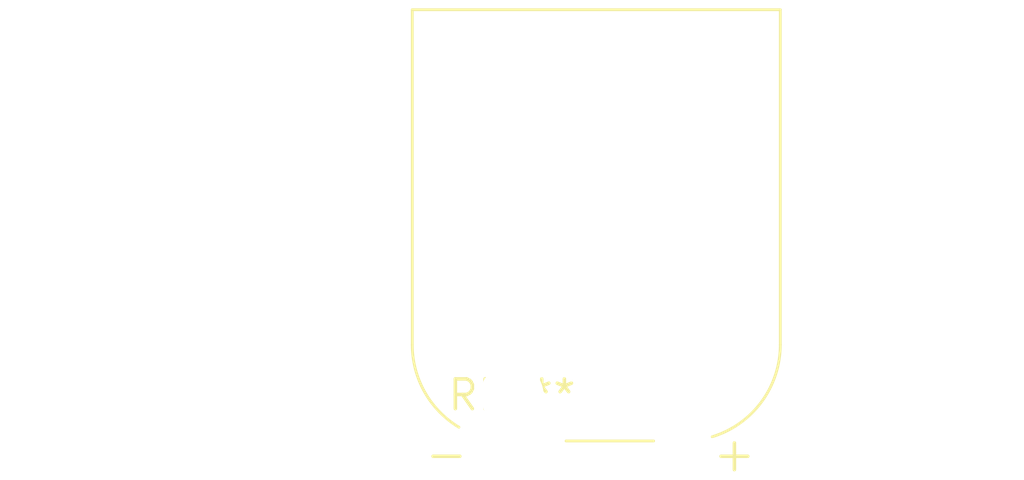
<source format=kicad_pcb>
(kicad_pcb (version 20240108) (generator pcbnew)
  (layers (0 "F.Cu" signal) (31 "B.Cu" signal) (34 "B.Paste" user) (35 "F.Paste" user) (36 "B.SilkS" user "B.Silkscreen") (37 "F.SilkS" user "F.Silkscreen") (38 "B.Mask" user) (39 "F.Mask" user) (44 "Edge.Cuts" user))
  (net 0 "")
  (footprint "AMASS_XT60PW-M_1x02_P7.20mm_Horizontal" (layer "F.Cu") (at 0 0)
    (property "Reference" "REF**")
    (property "Value" "AMASS_XT60PW-M_1x02_P7.20mm_Horizontal")
    (fp_line (start -4.26 -16.46) (end -4.26 -2.15) (layer "F.SilkS") (stroke (width 0.12)))
    (fp_line (start -4.26 -16.46) (end 11.46 -16.46) (layer "F.SilkS") (stroke (width 0.12)))
    (fp_line (start 2.31 1.96) (end 6.05 1.96) (layer "F.SilkS") (stroke (width 0.12)))
    (fp_line (start 11.46 -16.46) (end 11.46 -2.15) (layer "F.SilkS") (stroke (width 0.12)))
    (fp_arc (start -2.266806 1.372958) (mid -3.727162 -0.126139) (end -4.26 -2.15) (layer "F.SilkS") (stroke (width 0.12)))
    (fp_arc (start 11.46 -2.15) (mid 10.653852 0.294722) (end 8.551648 1.780413) (layer "F.SilkS") (stroke (width 0.12)))
    (fp_text user "-" (at -2.8 2.5 0) (layer "F.SilkS") (effects (font (size 1.5 1.5))))
    (fp_text user "+" (at 9.5 2.5 0) (layer "F.SilkS") (effects (font (size 1.5 1.5))))
    (pad "" thru_hole rect (at -3.15 -6) (size 0.9 2) (drill oval 0.6 1.7) (layers *.Cu *.Mask) (remove_unused_layers))
    (pad "" thru_hole rect (at 10.35 -6) (size 0.9 2) (drill oval 0.6 1.7) (layers *.Cu *.Mask) (remove_unused_layers))
    (pad "1" thru_hole roundrect (at 0 0) (size 4.1 4.1) (drill 2.7) (layers *.Cu *.Mask) (remove_unused_layers))
    (pad "2" thru_hole circle (at 7.2 0) (size 4.1 4.1) (drill 2.7) (layers *.Cu *.Mask) (remove_unused_layers))
  )
)
</source>
